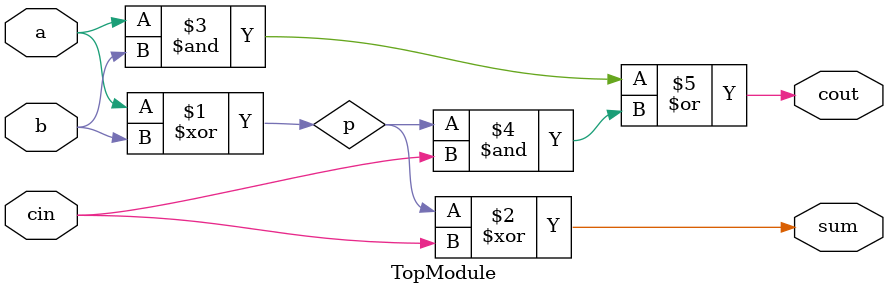
<source format=sv>
module TopModule (
  input  a,
  input  b,
  input  cin,
  output cout,
  output sum
);
  wire p = a ^ b;
  assign sum  = p ^ cin;
  assign cout = (a & b) | (p & cin);
endmodule
</source>
